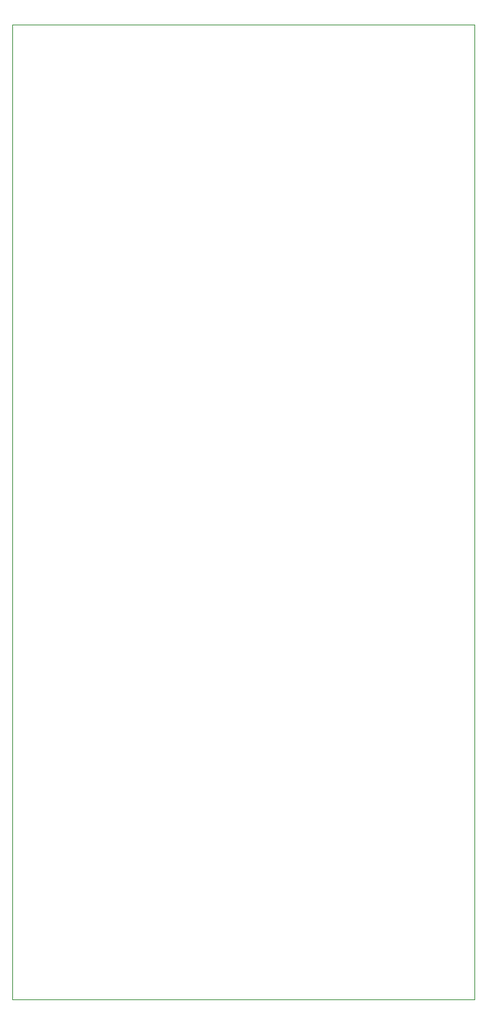
<source format=gbr>
%TF.GenerationSoftware,KiCad,Pcbnew,(6.0.0-0)*%
%TF.CreationDate,2022-11-10T22:32:45-05:00*%
%TF.ProjectId,ADSR-Generator,41445352-2d47-4656-9e65-7261746f722e,rev?*%
%TF.SameCoordinates,Original*%
%TF.FileFunction,Profile,NP*%
%FSLAX46Y46*%
G04 Gerber Fmt 4.6, Leading zero omitted, Abs format (unit mm)*
G04 Created by KiCad (PCBNEW (6.0.0-0)) date 2022-11-10 22:32:45*
%MOMM*%
%LPD*%
G01*
G04 APERTURE LIST*
%TA.AperFunction,Profile*%
%ADD10C,0.100000*%
%TD*%
G04 APERTURE END LIST*
D10*
X207010000Y-38354000D02*
X261112000Y-38354000D01*
X261112000Y-38354000D02*
X261112000Y-152400000D01*
X261112000Y-152400000D02*
X207010000Y-152400000D01*
X207010000Y-152400000D02*
X207010000Y-38354000D01*
M02*

</source>
